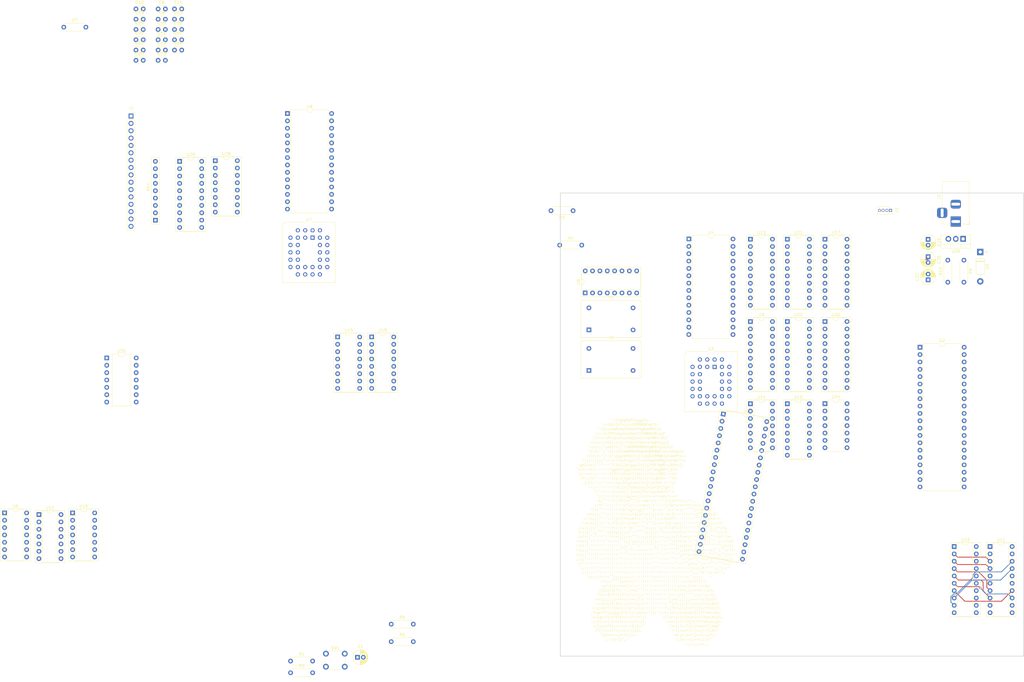
<source format=kicad_pcb>
(kicad_pcb
	(version 20240108)
	(generator "pcbnew")
	(generator_version "8.0")
	(general
		(thickness 1.6)
		(legacy_teardrops no)
	)
	(paper "A4")
	(layers
		(0 "F.Cu" signal)
		(31 "B.Cu" signal)
		(32 "B.Adhes" user "B.Adhesive")
		(33 "F.Adhes" user "F.Adhesive")
		(34 "B.Paste" user)
		(35 "F.Paste" user)
		(36 "B.SilkS" user "B.Silkscreen")
		(37 "F.SilkS" user "F.Silkscreen")
		(38 "B.Mask" user)
		(39 "F.Mask" user)
		(40 "Dwgs.User" user "User.Drawings")
		(41 "Cmts.User" user "User.Comments")
		(42 "Eco1.User" user "User.Eco1")
		(43 "Eco2.User" user "User.Eco2")
		(44 "Edge.Cuts" user)
		(45 "Margin" user)
		(46 "B.CrtYd" user "B.Courtyard")
		(47 "F.CrtYd" user "F.Courtyard")
		(48 "B.Fab" user)
		(49 "F.Fab" user)
		(50 "User.1" user)
		(51 "User.2" user)
		(52 "User.3" user)
		(53 "User.4" user)
		(54 "User.5" user)
		(55 "User.6" user)
		(56 "User.7" user)
		(57 "User.8" user)
		(58 "User.9" user)
	)
	(setup
		(stackup
			(layer "F.SilkS"
				(type "Top Silk Screen")
			)
			(layer "F.Paste"
				(type "Top Solder Paste")
			)
			(layer "F.Mask"
				(type "Top Solder Mask")
				(thickness 0.01)
			)
			(layer "F.Cu"
				(type "copper")
				(thickness 0.035)
			)
			(layer "dielectric 1"
				(type "core")
				(thickness 1.51)
				(material "FR4")
				(epsilon_r 4.5)
				(loss_tangent 0.02)
			)
			(layer "B.Cu"
				(type "copper")
				(thickness 0.035)
			)
			(layer "B.Mask"
				(type "Bottom Solder Mask")
				(thickness 0.01)
			)
			(layer "B.Paste"
				(type "Bottom Solder Paste")
			)
			(layer "B.SilkS"
				(type "Bottom Silk Screen")
			)
			(copper_finish "None")
			(dielectric_constraints no)
		)
		(pad_to_mask_clearance 0)
		(allow_soldermask_bridges_in_footprints no)
		(pcbplotparams
			(layerselection 0x00010fc_ffffffff)
			(plot_on_all_layers_selection 0x0000000_00000000)
			(disableapertmacros no)
			(usegerberextensions no)
			(usegerberattributes yes)
			(usegerberadvancedattributes yes)
			(creategerberjobfile yes)
			(dashed_line_dash_ratio 12.000000)
			(dashed_line_gap_ratio 3.000000)
			(svgprecision 4)
			(plotframeref no)
			(viasonmask no)
			(mode 1)
			(useauxorigin no)
			(hpglpennumber 1)
			(hpglpenspeed 20)
			(hpglpendiameter 15.000000)
			(pdf_front_fp_property_popups yes)
			(pdf_back_fp_property_popups yes)
			(dxfpolygonmode yes)
			(dxfimperialunits yes)
			(dxfusepcbnewfont yes)
			(psnegative no)
			(psa4output no)
			(plotreference yes)
			(plotvalue yes)
			(plotfptext yes)
			(plotinvisibletext no)
			(sketchpadsonfab no)
			(subtractmaskfromsilk no)
			(outputformat 1)
			(mirror no)
			(drillshape 1)
			(scaleselection 1)
			(outputdirectory "")
		)
	)
	(net 0 "")
	(net 1 "+5V")
	(net 2 "/IO/Col 7")
	(net 3 "/IO/Col 6")
	(net 4 "/IO/Col 5")
	(net 5 "/IO/Col 4")
	(net 6 "/IO/Col 3")
	(net 7 "/IO/Col 2")
	(net 8 "/IO/Col 1")
	(net 9 "/IO/Col 0")
	(net 10 "unconnected-(U1-~{VP}-Pad1)")
	(net 11 "Net-(U1-RDY)")
	(net 12 "unconnected-(U1-ϕ1-Pad3)")
	(net 13 "~{IRQ}")
	(net 14 "unconnected-(U1-~{ML}-Pad5)")
	(net 15 "~{NMI}")
	(net 16 "unconnected-(U1-SYNC-Pad7)")
	(net 17 "A0")
	(net 18 "A1")
	(net 19 "A2")
	(net 20 "A3")
	(net 21 "A4")
	(net 22 "A5")
	(net 23 "A6")
	(net 24 "A7")
	(net 25 "A8")
	(net 26 "A9")
	(net 27 "A10")
	(net 28 "A11")
	(net 29 "GND")
	(net 30 "A12")
	(net 31 "A13")
	(net 32 "A14")
	(net 33 "A15")
	(net 34 "D7")
	(net 35 "D6")
	(net 36 "D5")
	(net 37 "D4")
	(net 38 "D3")
	(net 39 "D2")
	(net 40 "D1")
	(net 41 "D0")
	(net 42 "R{slash}~{W}")
	(net 43 "unconnected-(U1-nc-Pad35)")
	(net 44 "Net-(U1-BE)")
	(net 45 "2M")
	(net 46 "unconnected-(U1-ϕ2-Pad39)")
	(net 47 "~{RESET}")
	(net 48 "/Video/VA0")
	(net 49 "/Video/VA1")
	(net 50 "/Video/VA2")
	(net 51 "/Video/VA3")
	(net 52 "/Video/VA4")
	(net 53 "/Video/VA5")
	(net 54 "/Video/VA6")
	(net 55 "/Video/VA7")
	(net 56 "/Video/VA8")
	(net 57 "/Video/VA9")
	(net 58 "/Video/VA10")
	(net 59 "/Video/VA11")
	(net 60 "/Video/VA12")
	(net 61 "/Video/Cursor")
	(net 62 "1.5M")
	(net 63 "~{CRTC}")
	(net 64 "/Video/RA4")
	(net 65 "/Video/RA3")
	(net 66 "/Video/RA2")
	(net 67 "/Video/RA1")
	(net 68 "/Video/RA0")
	(net 69 "+12V")
	(net 70 "Net-(U18-E2)")
	(net 71 "/Video/SD0")
	(net 72 "/Video/SD1")
	(net 73 "/Video/SD2")
	(net 74 "/Video/SD3")
	(net 75 "/Video/SD4")
	(net 76 "/Video/SD5")
	(net 77 "/Video/SD6")
	(net 78 "/Video/SD7")
	(net 79 "VRAM Page")
	(net 80 "/Video/~{VRAM WE} ")
	(net 81 "HSync")
	(net 82 "VSync")
	(net 83 "Net-(U10-D0)")
	(net 84 "Net-(U7-~{WE})")
	(net 85 "Net-(U10-D1)")
	(net 86 "Net-(U18-~{Y0})")
	(net 87 "~{VRAM Page}")
	(net 88 "Net-(U10-Q7)")
	(net 89 "unconnected-(U24-Pad4)")
	(net 90 "unconnected-(U24-Pad5)")
	(net 91 "unconnected-(U24-Pad6)")
	(net 92 "unconnected-(U24-Pad8)")
	(net 93 "unconnected-(U24-Pad9)")
	(net 94 "unconnected-(U24-Pad10)")
	(net 95 "unconnected-(U24-Pad11)")
	(net 96 "unconnected-(U24-Pad12)")
	(net 97 "unconnected-(U24-Pad13)")
	(net 98 "Net-(U16-Pad4)")
	(net 99 "~{R}{slash}W")
	(net 100 "Net-(U11-LE)")
	(net 101 "unconnected-(U25-Pad8)")
	(net 102 "unconnected-(U25-Pad9)")
	(net 103 "unconnected-(U25-Pad10)")
	(net 104 "unconnected-(U25-Pad11)")
	(net 105 "unconnected-(U25-Pad12)")
	(net 106 "unconnected-(U25-Pad13)")
	(net 107 "12M")
	(net 108 "16M")
	(net 109 "Net-(C1-Pad2)")
	(net 110 "RESET")
	(net 111 "~{3M}")
	(net 112 "3M")
	(net 113 "~{2M}")
	(net 114 "Net-(U15-E2)")
	(net 115 "Net-(U10-D2)")
	(net 116 "unconnected-(U16-Pad1)")
	(net 117 "unconnected-(U16-Pad2)")
	(net 118 "Net-(U15-~{Y0})")
	(net 119 "/IO/Row 0")
	(net 120 "/IO/Row 1")
	(net 121 "/IO/Row 2")
	(net 122 "/IO/Row 3")
	(net 123 "/IO/Row 4")
	(net 124 "/IO/Row 5")
	(net 125 "Charset 1")
	(net 126 "Net-(U3-A7)")
	(net 127 "Net-(U3-A6)")
	(net 128 "Net-(U3-A5)")
	(net 129 "Net-(U3-A4)")
	(net 130 "Net-(U3-A3)")
	(net 131 "Net-(U3-A2)")
	(net 132 "Net-(U3-A1)")
	(net 133 "Net-(U3-A0)")
	(net 134 "Charset 0")
	(net 135 "Net-(U3-~{WE})")
	(net 136 "~{VRAM}")
	(net 137 "/Video/A9")
	(net 138 "/Video/A10")
	(net 139 "/Video/A11")
	(net 140 "/Video/A12")
	(net 141 "Net-(U10-D3)")
	(net 142 "Net-(U10-D4)")
	(net 143 "unconnected-(U22-A7-Pad9)")
	(net 144 "unconnected-(U22-B7-Pad11)")
	(net 145 "~{Keyboard}")
	(net 146 "unconnected-(U28-~{Y7}-Pad7)")
	(net 147 "unconnected-(U28-~{Y6}-Pad9)")
	(net 148 "/Video/~{DE}")
	(net 149 "unconnected-(U10-~{Q7}-Pad7)")
	(net 150 "Net-(U10-D5)")
	(net 151 "unconnected-(U14-Pad10)")
	(net 152 "unconnected-(U14-Pad11)")
	(net 153 "unconnected-(U15-~{Y7}-Pad7)")
	(net 154 "unconnected-(U15-~{Y6}-Pad9)")
	(net 155 "unconnected-(U15-~{Y5}-Pad10)")
	(net 156 "unconnected-(U15-~{Y4}-Pad11)")
	(net 157 "Net-(U10-D6)")
	(net 158 "Net-(U10-D7)")
	(net 159 "Net-(U4-~{CS})")
	(net 160 "Net-(U15-~{E0})")
	(net 161 "Net-(R1-Pad2)")
	(net 162 "8M")
	(net 163 "4M")
	(net 164 "1M")
	(net 165 "6M")
	(net 166 "750K")
	(net 167 "Net-(U12-Pad2)")
	(net 168 "Net-(U18-~{Y4})")
	(net 169 "RAM Page")
	(net 170 "VRAM LSB")
	(net 171 "VRAM MSB")
	(net 172 "unconnected-(U11-O5-Pad15)")
	(net 173 "unconnected-(U11-O6-Pad16)")
	(net 174 "unconnected-(U11-O7-Pad19)")
	(net 175 "~{Synth}")
	(net 176 "unconnected-(U23-B7-Pad11)")
	(net 177 "unconnected-(U23-B6-Pad12)")
	(net 178 "unconnected-(U23-B5-Pad13)")
	(net 179 "unconnected-(U30-A7-Pad9)")
	(net 180 "unconnected-(U30-B7-Pad11)")
	(net 181 "Video")
	(net 182 "unconnected-(U2-MA13-Pad17)")
	(net 183 "/Video/MA12")
	(net 184 "/Video/MA11")
	(net 185 "/Video/MA10")
	(net 186 "/Video/MA9")
	(net 187 "/Video/MA8")
	(net 188 "/Video/MA7")
	(net 189 "/Video/MA6")
	(net 190 "/Video/MA5")
	(net 191 "/Video/MA4")
	(net 192 "/Video/MA3")
	(net 193 "/Video/MA2")
	(net 194 "/Video/MA1")
	(net 195 "/Video/MA0")
	(net 196 "unconnected-(U22-A5-Pad7)")
	(net 197 "unconnected-(U22-A6-Pad8)")
	(net 198 "unconnected-(U22-B6-Pad12)")
	(net 199 "unconnected-(U22-B5-Pad13)")
	(net 200 "unconnected-(U30-A5-Pad7)")
	(net 201 "unconnected-(U30-A6-Pad8)")
	(net 202 "unconnected-(U30-B6-Pad12)")
	(net 203 "unconnected-(U30-B5-Pad13)")
	(net 204 "Net-(D2-A)")
	(footprint "Capacitor_THT:CP_Radial_D5.0mm_P2.00mm" (layer "F.Cu") (at 144 45.5 -90))
	(footprint "Package_DIP:DIP-20_W7.62mm_Socket" (layer "F.Cu") (at 108.38 39.43))
	(footprint "Capacitor_THT:C_Disc_D3.0mm_W2.0mm_P2.50mm" (layer "F.Cu") (at -129.5 -25.9))
	(footprint "Package_DIP:DIP-14_W7.62mm_Socket" (layer "F.Cu") (at -151.37 134.01))
	(footprint "Capacitor_THT:C_Disc_D3.0mm_W2.0mm_P2.50mm" (layer "F.Cu") (at -129.5 -40.1))
	(footprint "Capacitor_THT:C_Disc_D3.0mm_W2.0mm_P2.50mm" (layer "F.Cu") (at -116.2 -40.1))
	(footprint "Package_DIP:DIP-28_W15.24mm" (layer "F.Cu") (at 61.385 39.38))
	(footprint "Capacitor_THT:C_Disc_D3.0mm_W2.0mm_P2.50mm" (layer "F.Cu") (at -129.5 -36.55))
	(footprint "Resistor_THT:R_Axial_DIN0207_L6.3mm_D2.5mm_P7.62mm_Horizontal" (layer "F.Cu") (at -76.12 189.25))
	(footprint "Resistor_THT:R_Array_SIP9" (layer "F.Cu") (at -122.8 32.87 90))
	(footprint "Package_DIP:DIP-40_W15.24mm_Socket" (layer "F.Cu") (at 73.284326 99.836661 -10))
	(footprint "Resistor_THT:R_Axial_DIN0207_L6.3mm_D2.5mm_P7.62mm_Horizontal" (layer "F.Cu") (at 16.79 41.5))
	(footprint "Package_DIP:DIP-14_W7.62mm" (layer "F.Cu") (at 108.38 96.26))
	(footprint "Capacitor_THT:CP_Radial_D5.0mm_P2.00mm" (layer "F.Cu") (at 144 53.5 90))
	(footprint "Package_LCC:PLCC-32_THT-Socket" (layer "F.Cu") (at -68.53 38.92))
	(footprint "Oscillator:Oscillator_DIP-14" (layer "F.Cu") (at 26.88 70.795))
	(footprint "Capacitor_THT:C_Disc_D3.0mm_W2.0mm_P2.50mm" (layer "F.Cu") (at -121.85 -36.55))
	(footprint "Capacitor_THT:C_Disc_D3.0mm_W2.0mm_P2.50mm" (layer "F.Cu") (at -121.85 -29.45))
	(footprint "Package_DIP:DIP-14_W10.16mm" (layer "F.Cu") (at -139.59 80.48))
	(footprint "Package_DIP:DIP-16_W7.62mm_Socket" (layer "F.Cu") (at -48.12 73.22))
	(footprint
... [2866799 chars truncated]
</source>
